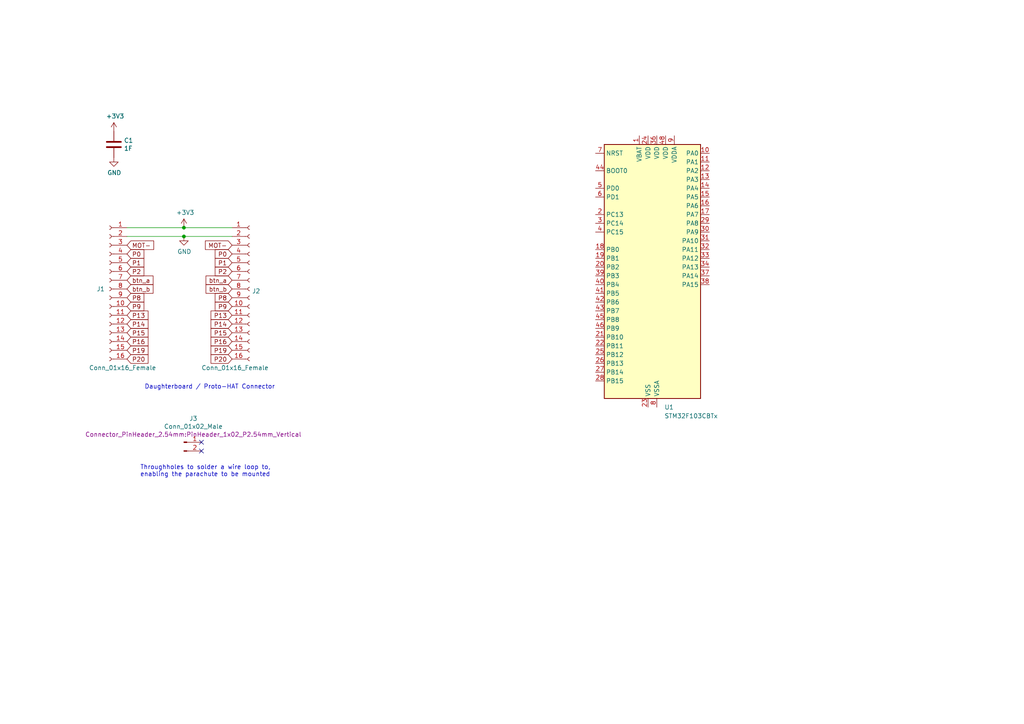
<source format=kicad_sch>
(kicad_sch (version 20231120) (generator "eeschema") (generator_version "8.0")
  (paper "A4")
  (lib_symbols
    (symbol "Connector:Conn_01x02_Male" (pin_names (offset 1.016) hide)
      (property "Reference" "J" (at 0 2.54 0))
      (property "Value" "Conn_01x02_Male" (at 0 -5.08 0))
      (symbol "Conn_01x02_Male_1_1"
        (polyline (pts (xy 1.27 -2.54) (xy 0.8636 -2.54)) (stroke (width 0.1524)))
        (polyline (pts (xy 1.27 0) (xy 0.8636 0)) (stroke (width 0.1524)))
        (rectangle (start 0.8636 -2.413) (end 0 -2.667) (stroke (width 0.1524)) (fill (type outline)))
        (rectangle (start 0.8636 0.127) (end 0 -0.127) (stroke (width 0.1524)) (fill (type outline)))
        (pin passive line (at 5.08 0 180) (length 3.81) (name "Pin_1") (number "1"))
        (pin passive line (at 5.08 -2.54 180) (length 3.81) (name "Pin_2") (number "2"))
      )
    )
    (symbol "Connector:Conn_01x16_Female" (pin_names (offset 1.016) hide)
      (property "Reference" "J" (at 0 20.32 0))
      (property "Value" "Conn_01x16_Female" (at 0 -22.86 0))
      (symbol "Conn_01x16_Female_1_1"
        (arc (start 0 -19.812) (mid -0.5058 -20.32) (end 0 -20.828) (stroke (width 0.1524)))
        (arc (start 0 -17.272) (mid -0.5058 -17.78) (end 0 -18.288) (stroke (width 0.1524)))
        (arc (start 0 -14.732) (mid -0.5058 -15.24) (end 0 -15.748) (stroke (width 0.1524)))
        (arc (start 0 -12.192) (mid -0.5058 -12.7) (end 0 -13.208) (stroke (width 0.1524)))
        (arc (start 0 -9.652) (mid -0.5058 -10.16) (end 0 -10.668) (stroke (width 0.1524)))
        (arc (start 0 -7.112) (mid -0.5058 -7.62) (end 0 -8.128) (stroke (width 0.1524)))
        (arc (start 0 -4.572) (mid -0.5058 -5.08) (end 0 -5.588) (stroke (width 0.1524)))
        (arc (start 0 -2.032) (mid -0.5058 -2.54) (end 0 -3.048) (stroke (width 0.1524)))
        (polyline (pts (xy -1.27 -20.32) (xy -0.508 -20.32)) (stroke (width 0.1524)))
        (polyline (pts (xy -1.27 -17.78) (xy -0.508 -17.78)) (stroke (width 0.1524)))
        (polyline (pts (xy -1.27 -15.24) (xy -0.508 -15.24)) (stroke (width 0.1524)))
        (polyline (pts (xy -1.27 -12.7) (xy -0.508 -12.7)) (stroke (width 0.1524)))
        (polyline (pts (xy -1.27 -10.16) (xy -0.508 -10.16)) (stroke (width 0.1524)))
        (polyline (pts (xy -1.27 -7.62) (xy -0.508 -7.62)) (stroke (width 0.1524)))
        (polyline (pts (xy -1.27 -5.08) (xy -0.508 -5.08)) (stroke (width 0.1524)))
        (polyline (pts (xy -1.27 -2.54) (xy -0.508 -2.54)) (stroke (width 0.1524)))
        (polyline (pts (xy -1.27 0) (xy -0.508 0)) (stroke (width 0.1524)))
        (polyline (pts (xy -1.27 2.54) (xy -0.508 2.54)) (stroke (width 0.1524)))
        (polyline (pts (xy -1.27 5.08) (xy -0.508 5.08)) (stroke (width 0.1524)))
        (polyline (pts (xy -1.27 7.62) (xy -0.508 7.62)) (stroke (width 0.1524)))
        (polyline (pts (xy -1.27 10.16) (xy -0.508 10.16)) (stroke (width 0.1524)))
        (polyline (pts (xy -1.27 12.7) (xy -0.508 12.7)) (stroke (width 0.1524)))
        (polyline (pts (xy -1.27 15.24) (xy -0.508 15.24)) (stroke (width 0.1524)))
        (polyline (pts (xy -1.27 17.78) (xy -0.508 17.78)) (stroke (width 0.1524)))
        (arc (start 0 0.508) (mid -0.5058 0) (end 0 -0.508) (stroke (width 0.1524)))
        (arc (start 0 3.048) (mid -0.5058 2.54) (end 0 2.032) (stroke (width 0.1524)))
        (arc (start 0 5.588) (mid -0.5058 5.08) (end 0 4.572) (stroke (width 0.1524)))
        (arc (start 0 8.128) (mid -0.5058 7.62) (end 0 7.112) (stroke (width 0.1524)))
        (arc (start 0 10.668) (mid -0.5058 10.16) (end 0 9.652) (stroke (width 0.1524)))
        (arc (start 0 13.208) (mid -0.5058 12.7) (end 0 12.192) (stroke (width 0.1524)))
        (arc (start 0 15.748) (mid -0.5058 15.24) (end 0 14.732) (stroke (width 0.1524)))
        (arc (start 0 18.288) (mid -0.5058 17.78) (end 0 17.272) (stroke (width 0.1524)))
        (pin passive line (at -5.08 17.78 0) (length 3.81) (name "Pin_1") (number "1"))
        (pin passive line (at -5.08 -5.08 0) (length 3.81) (name "Pin_10") (number "10"))
        (pin passive line (at -5.08 -7.62 0) (length 3.81) (name "Pin_11") (number "11"))
        (pin passive line (at -5.08 -10.16 0) (length 3.81) (name "Pin_12") (number "12"))
        (pin passive line (at -5.08 -12.7 0) (length 3.81) (name "Pin_13") (number "13"))
        (pin passive line (at -5.08 -15.24 0) (length 3.81) (name "Pin_14") (number "14"))
        (pin passive line (at -5.08 -17.78 0) (length 3.81) (name "Pin_15") (number "15"))
        (pin passive line (at -5.08 -20.32 0) (length 3.81) (name "Pin_16") (number "16"))
        (pin passive line (at -5.08 15.24 0) (length 3.81) (name "Pin_2") (number "2"))
        (pin passive line (at -5.08 12.7 0) (length 3.81) (name "Pin_3") (number "3"))
        (pin passive line (at -5.08 10.16 0) (length 3.81) (name "Pin_4") (number "4"))
        (pin passive line (at -5.08 7.62 0) (length 3.81) (name "Pin_5") (number "5"))
        (pin passive line (at -5.08 5.08 0) (length 3.81) (name "Pin_6") (number "6"))
        (pin passive line (at -5.08 2.54 0) (length 3.81) (name "Pin_7") (number "7"))
        (pin passive line (at -5.08 0 0) (length 3.81) (name "Pin_8") (number "8"))
        (pin passive line (at -5.08 -2.54 0) (length 3.81) (name "Pin_9") (number "9"))
      )
    )
    (symbol "Device:C" (pin_numbers hide) (pin_names (offset 0.254))
      (property "Reference" "C" (at 0.635 2.54 0))
      (property "Value" "C" (at 0.635 -2.54 0))
      (symbol "C_0_1"
        (polyline (pts (xy -2.032 -0.762) (xy 2.032 -0.762)) (stroke (width 0.508)))
        (polyline (pts (xy -2.032 0.762) (xy 2.032 0.762)) (stroke (width 0.508)))
      )
      (symbol "C_1_1"
        (pin passive line (at 0 3.81 270) (length 2.794) (name "~") (number "1"))
        (pin passive line (at 0 -3.81 90) (length 2.794) (name "~") (number "2"))
      )
    )
    (symbol "MCU_ST_STM32F1:STM32F103CBTx"
      (property "Reference" "U" (at -12.7 39.37 0))
      (property "Value" "STM32F103CBTx" (at 10.16 39.37 0))
      (symbol "STM32F103CBTx_0_1"
        (rectangle (start -12.7 -35.56) (end 15.24 38.1) (stroke (width 0.254)) (fill (type background)))
      )
      (symbol "STM32F103CBTx_1_1"
        (pin power_in line (at -2.54 40.64 270) (length 2.54) (name "VBAT") (number "1"))
        (pin bidirectional line (at 17.78 35.56 180) (length 2.54) (name "PA0") (number "10"))
        (pin bidirectional line (at 17.78 33.02 180) (length 2.54) (name "PA1") (number "11"))
        (pin bidirectional line (at 17.78 30.48 180) (length 2.54) (name "PA2") (number "12"))
        (pin bidirectional line (at 17.78 27.94 180) (length 2.54) (name "PA3") (number "13"))
        (pin bidirectional line (at 17.78 25.4 180) (length 2.54) (name "PA4") (number "14"))
        (pin bidirectional line (at 17.78 22.86 180) (length 2.54) (name "PA5") (number "15"))
        (pin bidirectional line (at 17.78 20.32 180) (length 2.54) (name "PA6") (number "16"))
        (pin bidirectional line (at 17.78 17.78 180) (length 2.54) (name "PA7") (number "17"))
        (pin bidirectional line (at -15.24 7.62 0) (length 2.54) (name "PB0") (number "18"))
        (pin bidirectional line (at -15.24 5.08 0) (length 2.54) (name "PB1") (number "19"))
        (pin bidirectional line (at -15.24 17.78 0) (length 2.54) (name "PC13") (number "2"))
        (pin bidirectional line (at -15.24 2.54 0) (length 2.54) (name "PB2") (number "20"))
        (pin bidirectional line (at -15.24 -17.78 0) (length 2.54) (name "PB10") (number "21"))
        (pin bidirectional line (at -15.24 -20.32 0) (length 2.54) (name "PB11") (number "22"))
        (pin power_in line (at 0 -38.1 90) (length 2.54) (name "VSS") (number "23"))
        (pin power_in line (at 0 40.64 270) (length 2.54) (name "VDD") (number "24"))
        (pin bidirectional line (at -15.24 -22.86 0) (length 2.54) (name "PB12") (number "25"))
        (pin bidirectional line (at -15.24 -25.4 0) (length 2.54) (name "PB13") (number "26"))
        (pin bidirectional line (at -15.24 -27.94 0) (length 2.54) (name "PB14") (number "27"))
        (pin bidirectional line (at -15.24 -30.48 0) (length 2.54) (name "PB15") (number "28"))
        (pin bidirectional line (at 17.78 15.24 180) (length 2.54) (name "PA8") (number "29"))
        (pin bidirectional line (at -15.24 15.24 0) (length 2.54) (name "PC14") (number "3"))
        (pin bidirectional line (at 17.78 12.7 180) (length 2.54) (name "PA9") (number "30"))
        (pin bidirectional line (at 17.78 10.16 180) (length 2.54) (name "PA10") (number "31"))
        (pin bidirectional line (at 17.78 7.62 180) (length 2.54) (name "PA11") (number "32"))
        (pin bidirectional line (at 17.78 5.08 180) (length 2.54) (name "PA12") (number "33"))
        (pin bidirectional line (at 17.78 2.54 180) (length 2.54) (name "PA13") (number "34"))
        (pin passive line (at 0 -38.1 90) (length 2.54) hide (name "VSS") (number "35"))
        (pin power_in line (at 2.54 40.64 270) (length 2.54) (name "VDD") (number "36"))
        (pin bidirectional line (at 17.78 0 180) (length 2.54) (name "PA14") (number "37"))
        (pin bidirectional line (at 17.78 -2.54 180) (length 2.54) (name "PA15") (number "38"))
        (pin bidirectional line (at -15.24 0 0) (length 2.54) (name "PB3") (number "39"))
        (pin bidirectional line (at -15.24 12.7 0) (length 2.54) (name "PC15") (number "4"))
        (pin bidirectional line (at -15.24 -2.54 0) (length 2.54) (name "PB4") (number "40"))
        (pin bidirectional line (at -15.24 -5.08 0) (length 2.54) (name "PB5") (number "41"))
        (pin bidirectional line (at -15.24 -7.62 0) (length 2.54) (name "PB6") (number "42"))
        (pin bidirectional line (at -15.24 -10.16 0) (length 2.54) (name "PB7") (number "43"))
        (pin input line (at -15.24 30.48 0) (length 2.54) (name "BOOT0") (number "44"))
        (pin bidirectional line (at -15.24 -12.7 0) (length 2.54) (name "PB8") (number "45"))
        (pin bidirectional line (at -15.24 -15.24 0) (length 2.54) (name "PB9") (number "46"))
        (pin passive line (at 0 -38.1 90) (length 2.54) hide (name "VSS") (number "47"))
        (pin power_in line (at 5.08 40.64 270) (length 2.54) (name "VDD") (number "48"))
        (pin bidirectional line (at -15.24 25.4 0) (length 2.54) (name "PD0") (number "5"))
        (pin bidirectional line (at -15.24 22.86 0) (length 2.54) (name "PD1") (number "6"))
        (pin input line (at -15.24 35.56 0) (length 2.54) (name "NRST") (number "7"))
        (pin power_in line (at 2.54 -38.1 90) (length 2.54) (name "VSSA") (number "8"))
        (pin power_in line (at 7.62 40.64 270) (length 2.54) (name "VDDA") (number "9"))
      )
    )
    (symbol "power:+3V3" (power) (pin_names (offset 0))
      (property "Value" "+3V3" (at 0 3.556 0))
      (symbol "+3V3_0_1"
        (polyline (pts (xy -0.762 1.27) (xy 0 2.54)))
        (polyline (pts (xy 0 0) (xy 0 2.54)))
        (polyline (pts (xy 0 2.54) (xy 0.762 1.27)))
      )
      (symbol "+3V3_1_1"
        (pin power_in line (at 0 0 90) (length 0) hide (name "+3V3") (number "1"))
      )
    )
    (symbol "power:GND" (power) (pin_names (offset 0))
      (property "Value" "GND" (at 0 -3.81 0))
      (symbol "GND_0_1"
        (polyline (pts (xy 0 0) (xy 0 -1.27) (xy 1.27 -1.27) (xy 0 -2.54) (xy -1.27 -1.27) (xy 0 -1.27)))
      )
      (symbol "GND_1_1"
        (pin power_in line (at 0 0 270) (length 0) hide (name "GND") (number "1"))
      )
    )
  )
  (junction (at 53.34 68.58))
  (junction (at 53.34 66.04))
  (no_connect (at 58.42 130.81))
  (no_connect (at 58.42 128.27))
  (wire (pts (xy 36.83 68.58) (xy 53.34 68.58)))
  (wire (pts (xy 53.34 66.04) (xy 67.31 66.04)))
  (wire (pts (xy 36.83 66.04) (xy 53.34 66.04)))
  (wire (pts (xy 53.34 68.58) (xy 67.31 68.58)))
  (text "Throughholes to solder a wire loop to,\nenabling the parachute to be mounted" (at 40.64 138.43 0) (effects (font (size 1.27 1.27)) (justify left bottom)))
  (text "Daughterboard / Proto-HAT Connector" (at 41.91 113.03 0) (effects (font (size 1.27 1.27)) (justify left bottom)))
  (global_label "P13" (shape input) (at 67.31 91.44 180) (property "Intersheetrefs" "${INTERSHEET_REFS}" (effects (hide yes))))
  (global_label "P20" (shape input) (at 67.31 104.14 180) (property "Intersheetrefs" "${INTERSHEET_REFS}" (effects (hide yes))))
  (global_label "P14" (shape input) (at 67.31 93.98 180) (property "Intersheetrefs" "${INTERSHEET_REFS}" (effects (hide yes))))
  (global_label "P16" (shape input) (at 67.31 99.06 180) (property "Intersheetrefs" "${INTERSHEET_REFS}" (effects (hide yes))))
  (global_label "btn_a" (shape input) (at 67.31 81.28 180) (property "Intersheetrefs" "${INTERSHEET_REFS}" (effects (hide yes))))
  (global_label "btn_b" (shape input) (at 67.31 83.82 180) (property "Intersheetrefs" "${INTERSHEET_REFS}" (effects (hide yes))))
  (global_label "P1" (shape input) (at 36.83 76.2 0) (property "Intersheetrefs" "${INTERSHEET_REFS}" (effects (hide yes))))
  (global_label "P16" (shape input) (at 36.83 99.06 0) (property "Intersheetrefs" "${INTERSHEET_REFS}" (effects (hide yes))))
  (global_label "P0" (shape input) (at 67.31 73.66 180) (property "Intersheetrefs" "${INTERSHEET_REFS}" (effects (hide yes))))
  (global_label "P8" (shape input) (at 67.31 86.36 180) (property "Intersheetrefs" "${INTERSHEET_REFS}" (effects (hide yes))))
  (global_label "P9" (shape input) (at 67.31 88.9 180) (property "Intersheetrefs" "${INTERSHEET_REFS}" (effects (hide yes))))
  (global_label "P8" (shape input) (at 36.83 86.36 0) (property "Intersheetrefs" "${INTERSHEET_REFS}" (effects (hide yes))))
  (global_label "P2" (shape input) (at 36.83 78.74 0) (property "Intersheetrefs" "${INTERSHEET_REFS}" (effects (hide yes))))
  (global_label "P15" (shape input) (at 36.83 96.52 0) (property "Intersheetrefs" "${INTERSHEET_REFS}" (effects (hide yes))))
  (global_label "P9" (shape input) (at 36.83 88.9 0) (property "Intersheetrefs" "${INTERSHEET_REFS}" (effects (hide yes))))
  (global_label "P2" (shape input) (at 67.31 78.74 180) (property "Intersheetrefs" "${INTERSHEET_REFS}" (effects (hide yes))))
  (global_label "P19" (shape input) (at 67.31 101.6 180) (property "Intersheetrefs" "${INTERSHEET_REFS}" (effects (hide yes))))
  (global_label "P0" (shape input) (at 36.83 73.66 0) (property "Intersheetrefs" "${INTERSHEET_REFS}" (effects (hide yes))))
  (global_label "P14" (shape input) (at 36.83 93.98 0) (property "Intersheetrefs" "${INTERSHEET_REFS}" (effects (hide yes))))
  (global_label "btn_a" (shape input) (at 36.83 81.28 0) (property "Intersheetrefs" "${INTERSHEET_REFS}" (effects (hide yes))))
  (global_label "MOT-" (shape input) (at 36.83 71.12 0) (property "Intersheetrefs" "${INTERSHEET_REFS}" (effects (hide yes))))
  (global_label "P20" (shape input) (at 36.83 104.14 0) (property "Intersheetrefs" "${INTERSHEET_REFS}" (effects (hide yes))))
  (global_label "btn_b" (shape input) (at 36.83 83.82 0) (property "Intersheetrefs" "${INTERSHEET_REFS}" (effects (hide yes))))
  (global_label "MOT-" (shape input) (at 67.31 71.12 180) (property "Intersheetrefs" "${INTERSHEET_REFS}" (effects (hide yes))))
  (global_label "P15" (shape input) (at 67.31 96.52 180) (property "Intersheetrefs" "${INTERSHEET_REFS}" (effects (hide yes))))
  (global_label "P13" (shape input) (at 36.83 91.44 0) (property "Intersheetrefs" "${INTERSHEET_REFS}" (effects (hide yes))))
  (global_label "P19" (shape input) (at 36.83 101.6 0) (property "Intersheetrefs" "${INTERSHEET_REFS}" (effects (hide yes))))
  (global_label "P1" (shape input) (at 67.31 76.2 180) (property "Intersheetrefs" "${INTERSHEET_REFS}" (effects (hide yes))))
  (symbol (lib_id "Device:C") (at 33.02 41.91 0) (unit 1)
    (property "Reference" "C1" (at 35.941 40.7416 0) (effects (justify left)))
    (property "Value" "1F" (at 35.941 43.053 0) (effects (justify left)))
    (property "Footprint" "asyd-parachute:SCMR18C105MRBA0" (effects (hide yes)))
    (property "Datasheet" "https://www.mouser.ch/datasheet/2/40/AVX_SCM-1018838.pdf" (effects (hide yes)))
    (property "Mouser" "581-SCMR18C105MRBA0" (effects (hide yes)))
  )
  (symbol (lib_id "power:+3V3") (at 33.02 38.1 0) (unit 1)
    (property "Reference" "#PWR01" (effects (hide yes)))
    (property "Value" "+3V3" (at 33.401 33.7058 0))
  )
  (symbol (lib_id "power:GND") (at 33.02 45.72 0) (unit 1)
    (property "Reference" "#PWR02" (effects (hide yes)))
    (property "Value" "GND" (at 33.147 50.1142 0))
  )
  (symbol (lib_id "Connector:Conn_01x16_Female") (at 72.39 83.82 0) (unit 1)
    (property "Reference" "J2" (at 73.1012 84.4296 0) (effects (justify left)))
    (property "Value" "Conn_01x16_Female" (at 58.42 106.68 0) (effects (justify left)))
    (property "Footprint" "Connector_PinHeader_2.54mm:PinHeader_1x16_P2.54mm_Vertical" (effects (hide yes)))
  )
  (symbol (lib_id "Connector:Conn_01x16_Female") (at 31.75 83.82 0) (mirror y) (unit 1)
    (property "Reference" "J1" (at 29.21 83.82 0))
    (property "Value" "Conn_01x16_Female" (at 35.56 106.68 0))
    (property "Footprint" "Connector_PinHeader_2.54mm:PinHeader_1x16_P2.54mm_Vertical" (effects (hide yes)))
  )
  (symbol (lib_id "power:GND") (at 53.34 68.58 0) (unit 1)
    (property "Reference" "#PWR0101" (effects (hide yes)))
    (property "Value" "GND" (at 53.467 72.9742 0))
  )
  (symbol (lib_id "power:+3V3") (at 53.34 66.04 0) (unit 1)
    (property "Reference" "#PWR0102" (effects (hide yes)))
    (property "Value" "+3V3" (at 53.721 61.6458 0))
  )
  (symbol (lib_id "Connector:Conn_01x02_Male") (at 53.34 128.27 0) (unit 1)
    (property "Reference" "J3" (at 56.0832 121.3866 0))
    (property "Value" "Conn_01x02_Male" (at 56.0832 123.698 0))
    (property "Footprint" "Connector_PinHeader_2.54mm:PinHeader_1x02_P2.54mm_Vertical" (at 56.0832 126.0094 0))
  )
  (symbol (lib_id "MCU_ST_STM32F1:STM32F103CBTx") (at 187.96 80.01 0) (unit 1)
    (property "Reference" "U1" (at 192.6941 118.11 0) (effects (justify left)))
    (property "Value" "STM32F103CBTx" (at 192.6941 120.65 0) (effects (justify left)))
    (property "Footprint" "Package_QFP:LQFP-48_7x7mm_P0.5mm" (effects (hide yes)))
    (property "Datasheet" "https://www.st.com/resource/en/datasheet/stm32f103cb.pdf" (effects (hide yes)))
    (property "Description" "STMicroelectronics Arm Cortex-M3 MCU, 128KB flash, 20KB RAM, 72 MHz, 2.0-3.6V, 37 GPIO, LQFP48" (effects (hide yes)))
  )
)
</source>
